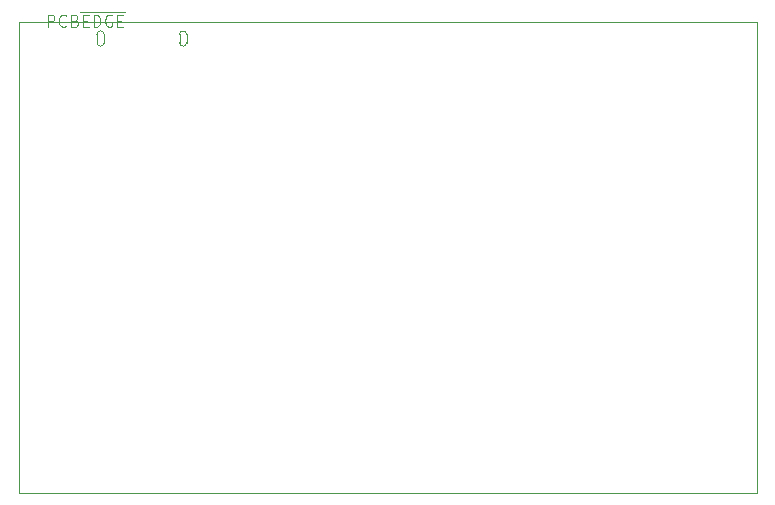
<source format=gbr>
G04 #@! TF.GenerationSoftware,KiCad,Pcbnew,(5.1.4)-1*
G04 #@! TF.CreationDate,2019-10-18T17:06:04-04:00*
G04 #@! TF.ProjectId,mtd415te,6d746434-3135-4746-952e-6b696361645f,rev?*
G04 #@! TF.SameCoordinates,Original*
G04 #@! TF.FileFunction,Profile,NP*
%FSLAX46Y46*%
G04 Gerber Fmt 4.6, Leading zero omitted, Abs format (unit mm)*
G04 Created by KiCad (PCBNEW (5.1.4)-1) date 2019-10-18 17:06:04*
%MOMM*%
%LPD*%
G04 APERTURE LIST*
%ADD10C,0.050000*%
%ADD11C,0.000100*%
G04 APERTURE END LIST*
D10*
X97536000Y-42926000D02*
X159004000Y-42926000D01*
X97536000Y-82804000D02*
X97536000Y-42926000D01*
X160020000Y-82804000D02*
X97536000Y-82804000D01*
X160020000Y-42926000D02*
X159004000Y-42926000D01*
X160020000Y-82804000D02*
X160020000Y-42926000D01*
D11*
X104750000Y-44004000D02*
X104750000Y-44704000D01*
X104450000Y-43704000D02*
G75*
G02X104750000Y-44004000I0J-300000D01*
G01*
X104150000Y-44004000D02*
G75*
G02X104450000Y-43704000I300000J0D01*
G01*
X104150000Y-44704000D02*
X104150000Y-44004000D01*
X104450000Y-45004000D02*
G75*
G02X104150000Y-44704000I0J300000D01*
G01*
X104750000Y-44704000D02*
G75*
G02X104450000Y-45004000I-300000J0D01*
G01*
X111750000Y-44004000D02*
X111750000Y-44704000D01*
X111450000Y-43704000D02*
G75*
G02X111750000Y-44004000I0J-300000D01*
G01*
X111150000Y-44004000D02*
G75*
G02X111450000Y-43704000I300000J0D01*
G01*
X111150000Y-44704000D02*
X111150000Y-44004000D01*
X111450000Y-45004000D02*
G75*
G02X111150000Y-44704000I0J300000D01*
G01*
X111750000Y-44704000D02*
G75*
G02X111450000Y-45004000I-300000J0D01*
G01*
D10*
X99975343Y-43353380D02*
X99975343Y-42353380D01*
X100356295Y-42353380D01*
X100451533Y-42401000D01*
X100499152Y-42448619D01*
X100546771Y-42543857D01*
X100546771Y-42686714D01*
X100499152Y-42781952D01*
X100451533Y-42829571D01*
X100356295Y-42877190D01*
X99975343Y-42877190D01*
X101546771Y-43258142D02*
X101499152Y-43305761D01*
X101356295Y-43353380D01*
X101261057Y-43353380D01*
X101118200Y-43305761D01*
X101022962Y-43210523D01*
X100975343Y-43115285D01*
X100927724Y-42924809D01*
X100927724Y-42781952D01*
X100975343Y-42591476D01*
X101022962Y-42496238D01*
X101118200Y-42401000D01*
X101261057Y-42353380D01*
X101356295Y-42353380D01*
X101499152Y-42401000D01*
X101546771Y-42448619D01*
X102308676Y-42829571D02*
X102451533Y-42877190D01*
X102499152Y-42924809D01*
X102546771Y-43020047D01*
X102546771Y-43162904D01*
X102499152Y-43258142D01*
X102451533Y-43305761D01*
X102356295Y-43353380D01*
X101975343Y-43353380D01*
X101975343Y-42353380D01*
X102308676Y-42353380D01*
X102403914Y-42401000D01*
X102451533Y-42448619D01*
X102499152Y-42543857D01*
X102499152Y-42639095D01*
X102451533Y-42734333D01*
X102403914Y-42781952D01*
X102308676Y-42829571D01*
X101975343Y-42829571D01*
X102737248Y-42116000D02*
X103642010Y-42116000D01*
X102975343Y-42829571D02*
X103308676Y-42829571D01*
X103451533Y-43353380D02*
X102975343Y-43353380D01*
X102975343Y-42353380D01*
X103451533Y-42353380D01*
X103642010Y-42116000D02*
X104642010Y-42116000D01*
X103880105Y-43353380D02*
X103880105Y-42353380D01*
X104118200Y-42353380D01*
X104261057Y-42401000D01*
X104356295Y-42496238D01*
X104403914Y-42591476D01*
X104451533Y-42781952D01*
X104451533Y-42924809D01*
X104403914Y-43115285D01*
X104356295Y-43210523D01*
X104261057Y-43305761D01*
X104118200Y-43353380D01*
X103880105Y-43353380D01*
X104642010Y-42116000D02*
X105642010Y-42116000D01*
X105403914Y-42401000D02*
X105308676Y-42353380D01*
X105165819Y-42353380D01*
X105022962Y-42401000D01*
X104927724Y-42496238D01*
X104880105Y-42591476D01*
X104832486Y-42781952D01*
X104832486Y-42924809D01*
X104880105Y-43115285D01*
X104927724Y-43210523D01*
X105022962Y-43305761D01*
X105165819Y-43353380D01*
X105261057Y-43353380D01*
X105403914Y-43305761D01*
X105451533Y-43258142D01*
X105451533Y-42924809D01*
X105261057Y-42924809D01*
X105642010Y-42116000D02*
X106546771Y-42116000D01*
X105880105Y-42829571D02*
X106213438Y-42829571D01*
X106356295Y-43353380D02*
X105880105Y-43353380D01*
X105880105Y-42353380D01*
X106356295Y-42353380D01*
M02*

</source>
